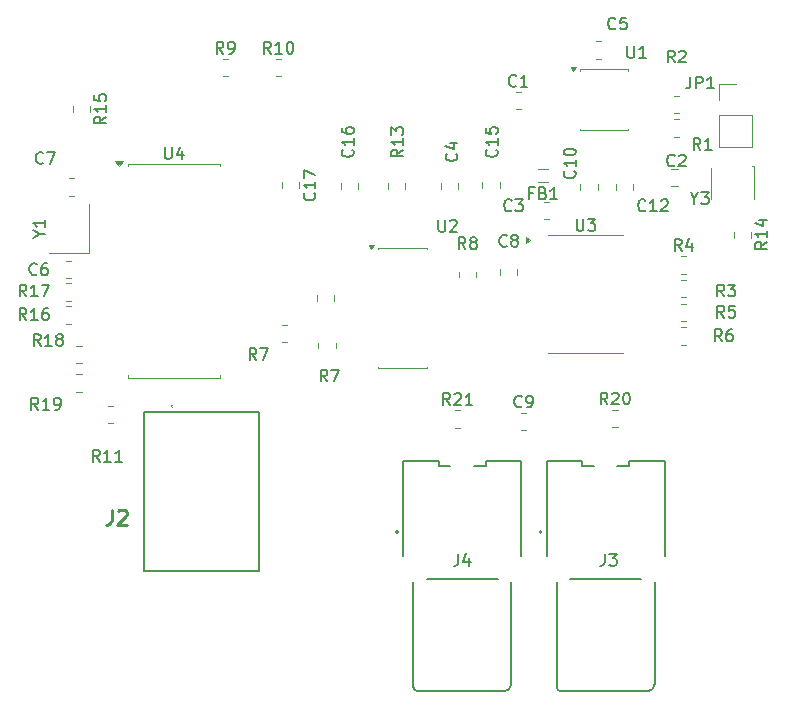
<source format=gto>
G04 #@! TF.GenerationSoftware,KiCad,Pcbnew,9.0.6*
G04 #@! TF.CreationDate,2026-01-29T05:22:02-08:00*
G04 #@! TF.ProjectId,mutebox_hat_audio_in,6d757465-626f-4785-9f68-61745f617564,rev?*
G04 #@! TF.SameCoordinates,Original*
G04 #@! TF.FileFunction,Legend,Top*
G04 #@! TF.FilePolarity,Positive*
%FSLAX46Y46*%
G04 Gerber Fmt 4.6, Leading zero omitted, Abs format (unit mm)*
G04 Created by KiCad (PCBNEW 9.0.6) date 2026-01-29 05:22:02*
%MOMM*%
%LPD*%
G01*
G04 APERTURE LIST*
%ADD10C,0.150000*%
%ADD11C,0.254000*%
%ADD12C,0.120000*%
%ADD13C,0.127000*%
%ADD14C,0.200000*%
%ADD15C,0.100000*%
G04 APERTURE END LIST*
D10*
X118433333Y-54304819D02*
X118100000Y-53828628D01*
X117861905Y-54304819D02*
X117861905Y-53304819D01*
X117861905Y-53304819D02*
X118242857Y-53304819D01*
X118242857Y-53304819D02*
X118338095Y-53352438D01*
X118338095Y-53352438D02*
X118385714Y-53400057D01*
X118385714Y-53400057D02*
X118433333Y-53495295D01*
X118433333Y-53495295D02*
X118433333Y-53638152D01*
X118433333Y-53638152D02*
X118385714Y-53733390D01*
X118385714Y-53733390D02*
X118338095Y-53781009D01*
X118338095Y-53781009D02*
X118242857Y-53828628D01*
X118242857Y-53828628D02*
X117861905Y-53828628D01*
X118909524Y-54304819D02*
X119100000Y-54304819D01*
X119100000Y-54304819D02*
X119195238Y-54257200D01*
X119195238Y-54257200D02*
X119242857Y-54209580D01*
X119242857Y-54209580D02*
X119338095Y-54066723D01*
X119338095Y-54066723D02*
X119385714Y-53876247D01*
X119385714Y-53876247D02*
X119385714Y-53495295D01*
X119385714Y-53495295D02*
X119338095Y-53400057D01*
X119338095Y-53400057D02*
X119290476Y-53352438D01*
X119290476Y-53352438D02*
X119195238Y-53304819D01*
X119195238Y-53304819D02*
X119004762Y-53304819D01*
X119004762Y-53304819D02*
X118909524Y-53352438D01*
X118909524Y-53352438D02*
X118861905Y-53400057D01*
X118861905Y-53400057D02*
X118814286Y-53495295D01*
X118814286Y-53495295D02*
X118814286Y-53733390D01*
X118814286Y-53733390D02*
X118861905Y-53828628D01*
X118861905Y-53828628D02*
X118909524Y-53876247D01*
X118909524Y-53876247D02*
X119004762Y-53923866D01*
X119004762Y-53923866D02*
X119195238Y-53923866D01*
X119195238Y-53923866D02*
X119290476Y-53876247D01*
X119290476Y-53876247D02*
X119338095Y-53828628D01*
X119338095Y-53828628D02*
X119385714Y-53733390D01*
X122457142Y-54304819D02*
X122123809Y-53828628D01*
X121885714Y-54304819D02*
X121885714Y-53304819D01*
X121885714Y-53304819D02*
X122266666Y-53304819D01*
X122266666Y-53304819D02*
X122361904Y-53352438D01*
X122361904Y-53352438D02*
X122409523Y-53400057D01*
X122409523Y-53400057D02*
X122457142Y-53495295D01*
X122457142Y-53495295D02*
X122457142Y-53638152D01*
X122457142Y-53638152D02*
X122409523Y-53733390D01*
X122409523Y-53733390D02*
X122361904Y-53781009D01*
X122361904Y-53781009D02*
X122266666Y-53828628D01*
X122266666Y-53828628D02*
X121885714Y-53828628D01*
X123409523Y-54304819D02*
X122838095Y-54304819D01*
X123123809Y-54304819D02*
X123123809Y-53304819D01*
X123123809Y-53304819D02*
X123028571Y-53447676D01*
X123028571Y-53447676D02*
X122933333Y-53542914D01*
X122933333Y-53542914D02*
X122838095Y-53590533D01*
X124028571Y-53304819D02*
X124123809Y-53304819D01*
X124123809Y-53304819D02*
X124219047Y-53352438D01*
X124219047Y-53352438D02*
X124266666Y-53400057D01*
X124266666Y-53400057D02*
X124314285Y-53495295D01*
X124314285Y-53495295D02*
X124361904Y-53685771D01*
X124361904Y-53685771D02*
X124361904Y-53923866D01*
X124361904Y-53923866D02*
X124314285Y-54114342D01*
X124314285Y-54114342D02*
X124266666Y-54209580D01*
X124266666Y-54209580D02*
X124219047Y-54257200D01*
X124219047Y-54257200D02*
X124123809Y-54304819D01*
X124123809Y-54304819D02*
X124028571Y-54304819D01*
X124028571Y-54304819D02*
X123933333Y-54257200D01*
X123933333Y-54257200D02*
X123885714Y-54209580D01*
X123885714Y-54209580D02*
X123838095Y-54114342D01*
X123838095Y-54114342D02*
X123790476Y-53923866D01*
X123790476Y-53923866D02*
X123790476Y-53685771D01*
X123790476Y-53685771D02*
X123838095Y-53495295D01*
X123838095Y-53495295D02*
X123885714Y-53400057D01*
X123885714Y-53400057D02*
X123933333Y-53352438D01*
X123933333Y-53352438D02*
X124028571Y-53304819D01*
X158833333Y-62454819D02*
X158500000Y-61978628D01*
X158261905Y-62454819D02*
X158261905Y-61454819D01*
X158261905Y-61454819D02*
X158642857Y-61454819D01*
X158642857Y-61454819D02*
X158738095Y-61502438D01*
X158738095Y-61502438D02*
X158785714Y-61550057D01*
X158785714Y-61550057D02*
X158833333Y-61645295D01*
X158833333Y-61645295D02*
X158833333Y-61788152D01*
X158833333Y-61788152D02*
X158785714Y-61883390D01*
X158785714Y-61883390D02*
X158738095Y-61931009D01*
X158738095Y-61931009D02*
X158642857Y-61978628D01*
X158642857Y-61978628D02*
X158261905Y-61978628D01*
X159785714Y-62454819D02*
X159214286Y-62454819D01*
X159500000Y-62454819D02*
X159500000Y-61454819D01*
X159500000Y-61454819D02*
X159404762Y-61597676D01*
X159404762Y-61597676D02*
X159309524Y-61692914D01*
X159309524Y-61692914D02*
X159214286Y-61740533D01*
X144641666Y-66105633D02*
X144308333Y-66105633D01*
X144308333Y-66629443D02*
X144308333Y-65629443D01*
X144308333Y-65629443D02*
X144784523Y-65629443D01*
X145498809Y-66105633D02*
X145641666Y-66153252D01*
X145641666Y-66153252D02*
X145689285Y-66200871D01*
X145689285Y-66200871D02*
X145736904Y-66296109D01*
X145736904Y-66296109D02*
X145736904Y-66438966D01*
X145736904Y-66438966D02*
X145689285Y-66534204D01*
X145689285Y-66534204D02*
X145641666Y-66581824D01*
X145641666Y-66581824D02*
X145546428Y-66629443D01*
X145546428Y-66629443D02*
X145165476Y-66629443D01*
X145165476Y-66629443D02*
X145165476Y-65629443D01*
X145165476Y-65629443D02*
X145498809Y-65629443D01*
X145498809Y-65629443D02*
X145594047Y-65677062D01*
X145594047Y-65677062D02*
X145641666Y-65724681D01*
X145641666Y-65724681D02*
X145689285Y-65819919D01*
X145689285Y-65819919D02*
X145689285Y-65915157D01*
X145689285Y-65915157D02*
X145641666Y-66010395D01*
X145641666Y-66010395D02*
X145594047Y-66058014D01*
X145594047Y-66058014D02*
X145498809Y-66105633D01*
X145498809Y-66105633D02*
X145165476Y-66105633D01*
X146689285Y-66629443D02*
X146117857Y-66629443D01*
X146403571Y-66629443D02*
X146403571Y-65629443D01*
X146403571Y-65629443D02*
X146308333Y-65772300D01*
X146308333Y-65772300D02*
X146213095Y-65867538D01*
X146213095Y-65867538D02*
X146117857Y-65915157D01*
X113488095Y-62229819D02*
X113488095Y-63039342D01*
X113488095Y-63039342D02*
X113535714Y-63134580D01*
X113535714Y-63134580D02*
X113583333Y-63182200D01*
X113583333Y-63182200D02*
X113678571Y-63229819D01*
X113678571Y-63229819D02*
X113869047Y-63229819D01*
X113869047Y-63229819D02*
X113964285Y-63182200D01*
X113964285Y-63182200D02*
X114011904Y-63134580D01*
X114011904Y-63134580D02*
X114059523Y-63039342D01*
X114059523Y-63039342D02*
X114059523Y-62229819D01*
X114964285Y-62563152D02*
X114964285Y-63229819D01*
X114726190Y-62182200D02*
X114488095Y-62896485D01*
X114488095Y-62896485D02*
X115107142Y-62896485D01*
X142833333Y-67559580D02*
X142785714Y-67607200D01*
X142785714Y-67607200D02*
X142642857Y-67654819D01*
X142642857Y-67654819D02*
X142547619Y-67654819D01*
X142547619Y-67654819D02*
X142404762Y-67607200D01*
X142404762Y-67607200D02*
X142309524Y-67511961D01*
X142309524Y-67511961D02*
X142261905Y-67416723D01*
X142261905Y-67416723D02*
X142214286Y-67226247D01*
X142214286Y-67226247D02*
X142214286Y-67083390D01*
X142214286Y-67083390D02*
X142261905Y-66892914D01*
X142261905Y-66892914D02*
X142309524Y-66797676D01*
X142309524Y-66797676D02*
X142404762Y-66702438D01*
X142404762Y-66702438D02*
X142547619Y-66654819D01*
X142547619Y-66654819D02*
X142642857Y-66654819D01*
X142642857Y-66654819D02*
X142785714Y-66702438D01*
X142785714Y-66702438D02*
X142833333Y-66750057D01*
X143166667Y-66654819D02*
X143785714Y-66654819D01*
X143785714Y-66654819D02*
X143452381Y-67035771D01*
X143452381Y-67035771D02*
X143595238Y-67035771D01*
X143595238Y-67035771D02*
X143690476Y-67083390D01*
X143690476Y-67083390D02*
X143738095Y-67131009D01*
X143738095Y-67131009D02*
X143785714Y-67226247D01*
X143785714Y-67226247D02*
X143785714Y-67464342D01*
X143785714Y-67464342D02*
X143738095Y-67559580D01*
X143738095Y-67559580D02*
X143690476Y-67607200D01*
X143690476Y-67607200D02*
X143595238Y-67654819D01*
X143595238Y-67654819D02*
X143309524Y-67654819D01*
X143309524Y-67654819D02*
X143214286Y-67607200D01*
X143214286Y-67607200D02*
X143166667Y-67559580D01*
X154157142Y-67559580D02*
X154109523Y-67607200D01*
X154109523Y-67607200D02*
X153966666Y-67654819D01*
X153966666Y-67654819D02*
X153871428Y-67654819D01*
X153871428Y-67654819D02*
X153728571Y-67607200D01*
X153728571Y-67607200D02*
X153633333Y-67511961D01*
X153633333Y-67511961D02*
X153585714Y-67416723D01*
X153585714Y-67416723D02*
X153538095Y-67226247D01*
X153538095Y-67226247D02*
X153538095Y-67083390D01*
X153538095Y-67083390D02*
X153585714Y-66892914D01*
X153585714Y-66892914D02*
X153633333Y-66797676D01*
X153633333Y-66797676D02*
X153728571Y-66702438D01*
X153728571Y-66702438D02*
X153871428Y-66654819D01*
X153871428Y-66654819D02*
X153966666Y-66654819D01*
X153966666Y-66654819D02*
X154109523Y-66702438D01*
X154109523Y-66702438D02*
X154157142Y-66750057D01*
X155109523Y-67654819D02*
X154538095Y-67654819D01*
X154823809Y-67654819D02*
X154823809Y-66654819D01*
X154823809Y-66654819D02*
X154728571Y-66797676D01*
X154728571Y-66797676D02*
X154633333Y-66892914D01*
X154633333Y-66892914D02*
X154538095Y-66940533D01*
X155490476Y-66750057D02*
X155538095Y-66702438D01*
X155538095Y-66702438D02*
X155633333Y-66654819D01*
X155633333Y-66654819D02*
X155871428Y-66654819D01*
X155871428Y-66654819D02*
X155966666Y-66702438D01*
X155966666Y-66702438D02*
X156014285Y-66750057D01*
X156014285Y-66750057D02*
X156061904Y-66845295D01*
X156061904Y-66845295D02*
X156061904Y-66940533D01*
X156061904Y-66940533D02*
X156014285Y-67083390D01*
X156014285Y-67083390D02*
X155442857Y-67654819D01*
X155442857Y-67654819D02*
X156061904Y-67654819D01*
X133654819Y-62442857D02*
X133178628Y-62776190D01*
X133654819Y-63014285D02*
X132654819Y-63014285D01*
X132654819Y-63014285D02*
X132654819Y-62633333D01*
X132654819Y-62633333D02*
X132702438Y-62538095D01*
X132702438Y-62538095D02*
X132750057Y-62490476D01*
X132750057Y-62490476D02*
X132845295Y-62442857D01*
X132845295Y-62442857D02*
X132988152Y-62442857D01*
X132988152Y-62442857D02*
X133083390Y-62490476D01*
X133083390Y-62490476D02*
X133131009Y-62538095D01*
X133131009Y-62538095D02*
X133178628Y-62633333D01*
X133178628Y-62633333D02*
X133178628Y-63014285D01*
X133654819Y-61490476D02*
X133654819Y-62061904D01*
X133654819Y-61776190D02*
X132654819Y-61776190D01*
X132654819Y-61776190D02*
X132797676Y-61871428D01*
X132797676Y-61871428D02*
X132892914Y-61966666D01*
X132892914Y-61966666D02*
X132940533Y-62061904D01*
X132654819Y-61157142D02*
X132654819Y-60538095D01*
X132654819Y-60538095D02*
X133035771Y-60871428D01*
X133035771Y-60871428D02*
X133035771Y-60728571D01*
X133035771Y-60728571D02*
X133083390Y-60633333D01*
X133083390Y-60633333D02*
X133131009Y-60585714D01*
X133131009Y-60585714D02*
X133226247Y-60538095D01*
X133226247Y-60538095D02*
X133464342Y-60538095D01*
X133464342Y-60538095D02*
X133559580Y-60585714D01*
X133559580Y-60585714D02*
X133607200Y-60633333D01*
X133607200Y-60633333D02*
X133654819Y-60728571D01*
X133654819Y-60728571D02*
X133654819Y-61014285D01*
X133654819Y-61014285D02*
X133607200Y-61109523D01*
X133607200Y-61109523D02*
X133559580Y-61157142D01*
X150726060Y-96650617D02*
X150726060Y-97370488D01*
X150726060Y-97370488D02*
X150678068Y-97514462D01*
X150678068Y-97514462D02*
X150582086Y-97610445D01*
X150582086Y-97610445D02*
X150438111Y-97658436D01*
X150438111Y-97658436D02*
X150342129Y-97658436D01*
X151109991Y-96650617D02*
X151733879Y-96650617D01*
X151733879Y-96650617D02*
X151397939Y-97034548D01*
X151397939Y-97034548D02*
X151541913Y-97034548D01*
X151541913Y-97034548D02*
X151637896Y-97082539D01*
X151637896Y-97082539D02*
X151685887Y-97130531D01*
X151685887Y-97130531D02*
X151733879Y-97226513D01*
X151733879Y-97226513D02*
X151733879Y-97466470D01*
X151733879Y-97466470D02*
X151685887Y-97562453D01*
X151685887Y-97562453D02*
X151637896Y-97610445D01*
X151637896Y-97610445D02*
X151541913Y-97658436D01*
X151541913Y-97658436D02*
X151253965Y-97658436D01*
X151253965Y-97658436D02*
X151157982Y-97610445D01*
X151157982Y-97610445D02*
X151109991Y-97562453D01*
X160833333Y-74854819D02*
X160500000Y-74378628D01*
X160261905Y-74854819D02*
X160261905Y-73854819D01*
X160261905Y-73854819D02*
X160642857Y-73854819D01*
X160642857Y-73854819D02*
X160738095Y-73902438D01*
X160738095Y-73902438D02*
X160785714Y-73950057D01*
X160785714Y-73950057D02*
X160833333Y-74045295D01*
X160833333Y-74045295D02*
X160833333Y-74188152D01*
X160833333Y-74188152D02*
X160785714Y-74283390D01*
X160785714Y-74283390D02*
X160738095Y-74331009D01*
X160738095Y-74331009D02*
X160642857Y-74378628D01*
X160642857Y-74378628D02*
X160261905Y-74378628D01*
X161166667Y-73854819D02*
X161785714Y-73854819D01*
X161785714Y-73854819D02*
X161452381Y-74235771D01*
X161452381Y-74235771D02*
X161595238Y-74235771D01*
X161595238Y-74235771D02*
X161690476Y-74283390D01*
X161690476Y-74283390D02*
X161738095Y-74331009D01*
X161738095Y-74331009D02*
X161785714Y-74426247D01*
X161785714Y-74426247D02*
X161785714Y-74664342D01*
X161785714Y-74664342D02*
X161738095Y-74759580D01*
X161738095Y-74759580D02*
X161690476Y-74807200D01*
X161690476Y-74807200D02*
X161595238Y-74854819D01*
X161595238Y-74854819D02*
X161309524Y-74854819D01*
X161309524Y-74854819D02*
X161214286Y-74807200D01*
X161214286Y-74807200D02*
X161166667Y-74759580D01*
X138326060Y-96650617D02*
X138326060Y-97370488D01*
X138326060Y-97370488D02*
X138278068Y-97514462D01*
X138278068Y-97514462D02*
X138182086Y-97610445D01*
X138182086Y-97610445D02*
X138038111Y-97658436D01*
X138038111Y-97658436D02*
X137942129Y-97658436D01*
X139237896Y-96986557D02*
X139237896Y-97658436D01*
X138997939Y-96602626D02*
X138757982Y-97322496D01*
X138757982Y-97322496D02*
X139381870Y-97322496D01*
X101757142Y-74854819D02*
X101423809Y-74378628D01*
X101185714Y-74854819D02*
X101185714Y-73854819D01*
X101185714Y-73854819D02*
X101566666Y-73854819D01*
X101566666Y-73854819D02*
X101661904Y-73902438D01*
X101661904Y-73902438D02*
X101709523Y-73950057D01*
X101709523Y-73950057D02*
X101757142Y-74045295D01*
X101757142Y-74045295D02*
X101757142Y-74188152D01*
X101757142Y-74188152D02*
X101709523Y-74283390D01*
X101709523Y-74283390D02*
X101661904Y-74331009D01*
X101661904Y-74331009D02*
X101566666Y-74378628D01*
X101566666Y-74378628D02*
X101185714Y-74378628D01*
X102709523Y-74854819D02*
X102138095Y-74854819D01*
X102423809Y-74854819D02*
X102423809Y-73854819D01*
X102423809Y-73854819D02*
X102328571Y-73997676D01*
X102328571Y-73997676D02*
X102233333Y-74092914D01*
X102233333Y-74092914D02*
X102138095Y-74140533D01*
X103042857Y-73854819D02*
X103709523Y-73854819D01*
X103709523Y-73854819D02*
X103280952Y-74854819D01*
X143233333Y-57009580D02*
X143185714Y-57057200D01*
X143185714Y-57057200D02*
X143042857Y-57104819D01*
X143042857Y-57104819D02*
X142947619Y-57104819D01*
X142947619Y-57104819D02*
X142804762Y-57057200D01*
X142804762Y-57057200D02*
X142709524Y-56961961D01*
X142709524Y-56961961D02*
X142661905Y-56866723D01*
X142661905Y-56866723D02*
X142614286Y-56676247D01*
X142614286Y-56676247D02*
X142614286Y-56533390D01*
X142614286Y-56533390D02*
X142661905Y-56342914D01*
X142661905Y-56342914D02*
X142709524Y-56247676D01*
X142709524Y-56247676D02*
X142804762Y-56152438D01*
X142804762Y-56152438D02*
X142947619Y-56104819D01*
X142947619Y-56104819D02*
X143042857Y-56104819D01*
X143042857Y-56104819D02*
X143185714Y-56152438D01*
X143185714Y-56152438D02*
X143233333Y-56200057D01*
X144185714Y-57104819D02*
X143614286Y-57104819D01*
X143900000Y-57104819D02*
X143900000Y-56104819D01*
X143900000Y-56104819D02*
X143804762Y-56247676D01*
X143804762Y-56247676D02*
X143709524Y-56342914D01*
X143709524Y-56342914D02*
X143614286Y-56390533D01*
X141559580Y-62442857D02*
X141607200Y-62490476D01*
X141607200Y-62490476D02*
X141654819Y-62633333D01*
X141654819Y-62633333D02*
X141654819Y-62728571D01*
X141654819Y-62728571D02*
X141607200Y-62871428D01*
X141607200Y-62871428D02*
X141511961Y-62966666D01*
X141511961Y-62966666D02*
X141416723Y-63014285D01*
X141416723Y-63014285D02*
X141226247Y-63061904D01*
X141226247Y-63061904D02*
X141083390Y-63061904D01*
X141083390Y-63061904D02*
X140892914Y-63014285D01*
X140892914Y-63014285D02*
X140797676Y-62966666D01*
X140797676Y-62966666D02*
X140702438Y-62871428D01*
X140702438Y-62871428D02*
X140654819Y-62728571D01*
X140654819Y-62728571D02*
X140654819Y-62633333D01*
X140654819Y-62633333D02*
X140702438Y-62490476D01*
X140702438Y-62490476D02*
X140750057Y-62442857D01*
X141654819Y-61490476D02*
X141654819Y-62061904D01*
X141654819Y-61776190D02*
X140654819Y-61776190D01*
X140654819Y-61776190D02*
X140797676Y-61871428D01*
X140797676Y-61871428D02*
X140892914Y-61966666D01*
X140892914Y-61966666D02*
X140940533Y-62061904D01*
X140654819Y-60585714D02*
X140654819Y-61061904D01*
X140654819Y-61061904D02*
X141131009Y-61109523D01*
X141131009Y-61109523D02*
X141083390Y-61061904D01*
X141083390Y-61061904D02*
X141035771Y-60966666D01*
X141035771Y-60966666D02*
X141035771Y-60728571D01*
X141035771Y-60728571D02*
X141083390Y-60633333D01*
X141083390Y-60633333D02*
X141131009Y-60585714D01*
X141131009Y-60585714D02*
X141226247Y-60538095D01*
X141226247Y-60538095D02*
X141464342Y-60538095D01*
X141464342Y-60538095D02*
X141559580Y-60585714D01*
X141559580Y-60585714D02*
X141607200Y-60633333D01*
X141607200Y-60633333D02*
X141654819Y-60728571D01*
X141654819Y-60728571D02*
X141654819Y-60966666D01*
X141654819Y-60966666D02*
X141607200Y-61061904D01*
X141607200Y-61061904D02*
X141559580Y-61109523D01*
X108504819Y-59642857D02*
X108028628Y-59976190D01*
X108504819Y-60214285D02*
X107504819Y-60214285D01*
X107504819Y-60214285D02*
X107504819Y-59833333D01*
X107504819Y-59833333D02*
X107552438Y-59738095D01*
X107552438Y-59738095D02*
X107600057Y-59690476D01*
X107600057Y-59690476D02*
X107695295Y-59642857D01*
X107695295Y-59642857D02*
X107838152Y-59642857D01*
X107838152Y-59642857D02*
X107933390Y-59690476D01*
X107933390Y-59690476D02*
X107981009Y-59738095D01*
X107981009Y-59738095D02*
X108028628Y-59833333D01*
X108028628Y-59833333D02*
X108028628Y-60214285D01*
X108504819Y-58690476D02*
X108504819Y-59261904D01*
X108504819Y-58976190D02*
X107504819Y-58976190D01*
X107504819Y-58976190D02*
X107647676Y-59071428D01*
X107647676Y-59071428D02*
X107742914Y-59166666D01*
X107742914Y-59166666D02*
X107790533Y-59261904D01*
X107504819Y-57785714D02*
X107504819Y-58261904D01*
X107504819Y-58261904D02*
X107981009Y-58309523D01*
X107981009Y-58309523D02*
X107933390Y-58261904D01*
X107933390Y-58261904D02*
X107885771Y-58166666D01*
X107885771Y-58166666D02*
X107885771Y-57928571D01*
X107885771Y-57928571D02*
X107933390Y-57833333D01*
X107933390Y-57833333D02*
X107981009Y-57785714D01*
X107981009Y-57785714D02*
X108076247Y-57738095D01*
X108076247Y-57738095D02*
X108314342Y-57738095D01*
X108314342Y-57738095D02*
X108409580Y-57785714D01*
X108409580Y-57785714D02*
X108457200Y-57833333D01*
X108457200Y-57833333D02*
X108504819Y-57928571D01*
X108504819Y-57928571D02*
X108504819Y-58166666D01*
X108504819Y-58166666D02*
X108457200Y-58261904D01*
X108457200Y-58261904D02*
X108409580Y-58309523D01*
X137619142Y-84054819D02*
X137285809Y-83578628D01*
X137047714Y-84054819D02*
X137047714Y-83054819D01*
X137047714Y-83054819D02*
X137428666Y-83054819D01*
X137428666Y-83054819D02*
X137523904Y-83102438D01*
X137523904Y-83102438D02*
X137571523Y-83150057D01*
X137571523Y-83150057D02*
X137619142Y-83245295D01*
X137619142Y-83245295D02*
X137619142Y-83388152D01*
X137619142Y-83388152D02*
X137571523Y-83483390D01*
X137571523Y-83483390D02*
X137523904Y-83531009D01*
X137523904Y-83531009D02*
X137428666Y-83578628D01*
X137428666Y-83578628D02*
X137047714Y-83578628D01*
X138000095Y-83150057D02*
X138047714Y-83102438D01*
X138047714Y-83102438D02*
X138142952Y-83054819D01*
X138142952Y-83054819D02*
X138381047Y-83054819D01*
X138381047Y-83054819D02*
X138476285Y-83102438D01*
X138476285Y-83102438D02*
X138523904Y-83150057D01*
X138523904Y-83150057D02*
X138571523Y-83245295D01*
X138571523Y-83245295D02*
X138571523Y-83340533D01*
X138571523Y-83340533D02*
X138523904Y-83483390D01*
X138523904Y-83483390D02*
X137952476Y-84054819D01*
X137952476Y-84054819D02*
X138571523Y-84054819D01*
X139523904Y-84054819D02*
X138952476Y-84054819D01*
X139238190Y-84054819D02*
X139238190Y-83054819D01*
X139238190Y-83054819D02*
X139142952Y-83197676D01*
X139142952Y-83197676D02*
X139047714Y-83292914D01*
X139047714Y-83292914D02*
X138952476Y-83340533D01*
X160633333Y-78654819D02*
X160300000Y-78178628D01*
X160061905Y-78654819D02*
X160061905Y-77654819D01*
X160061905Y-77654819D02*
X160442857Y-77654819D01*
X160442857Y-77654819D02*
X160538095Y-77702438D01*
X160538095Y-77702438D02*
X160585714Y-77750057D01*
X160585714Y-77750057D02*
X160633333Y-77845295D01*
X160633333Y-77845295D02*
X160633333Y-77988152D01*
X160633333Y-77988152D02*
X160585714Y-78083390D01*
X160585714Y-78083390D02*
X160538095Y-78131009D01*
X160538095Y-78131009D02*
X160442857Y-78178628D01*
X160442857Y-78178628D02*
X160061905Y-78178628D01*
X161490476Y-77654819D02*
X161300000Y-77654819D01*
X161300000Y-77654819D02*
X161204762Y-77702438D01*
X161204762Y-77702438D02*
X161157143Y-77750057D01*
X161157143Y-77750057D02*
X161061905Y-77892914D01*
X161061905Y-77892914D02*
X161014286Y-78083390D01*
X161014286Y-78083390D02*
X161014286Y-78464342D01*
X161014286Y-78464342D02*
X161061905Y-78559580D01*
X161061905Y-78559580D02*
X161109524Y-78607200D01*
X161109524Y-78607200D02*
X161204762Y-78654819D01*
X161204762Y-78654819D02*
X161395238Y-78654819D01*
X161395238Y-78654819D02*
X161490476Y-78607200D01*
X161490476Y-78607200D02*
X161538095Y-78559580D01*
X161538095Y-78559580D02*
X161585714Y-78464342D01*
X161585714Y-78464342D02*
X161585714Y-78226247D01*
X161585714Y-78226247D02*
X161538095Y-78131009D01*
X161538095Y-78131009D02*
X161490476Y-78083390D01*
X161490476Y-78083390D02*
X161395238Y-78035771D01*
X161395238Y-78035771D02*
X161204762Y-78035771D01*
X161204762Y-78035771D02*
X161109524Y-78083390D01*
X161109524Y-78083390D02*
X161061905Y-78131009D01*
X161061905Y-78131009D02*
X161014286Y-78226247D01*
X138933333Y-70854819D02*
X138600000Y-70378628D01*
X138361905Y-70854819D02*
X138361905Y-69854819D01*
X138361905Y-69854819D02*
X138742857Y-69854819D01*
X138742857Y-69854819D02*
X138838095Y-69902438D01*
X138838095Y-69902438D02*
X138885714Y-69950057D01*
X138885714Y-69950057D02*
X138933333Y-70045295D01*
X138933333Y-70045295D02*
X138933333Y-70188152D01*
X138933333Y-70188152D02*
X138885714Y-70283390D01*
X138885714Y-70283390D02*
X138838095Y-70331009D01*
X138838095Y-70331009D02*
X138742857Y-70378628D01*
X138742857Y-70378628D02*
X138361905Y-70378628D01*
X139504762Y-70283390D02*
X139409524Y-70235771D01*
X139409524Y-70235771D02*
X139361905Y-70188152D01*
X139361905Y-70188152D02*
X139314286Y-70092914D01*
X139314286Y-70092914D02*
X139314286Y-70045295D01*
X139314286Y-70045295D02*
X139361905Y-69950057D01*
X139361905Y-69950057D02*
X139409524Y-69902438D01*
X139409524Y-69902438D02*
X139504762Y-69854819D01*
X139504762Y-69854819D02*
X139695238Y-69854819D01*
X139695238Y-69854819D02*
X139790476Y-69902438D01*
X139790476Y-69902438D02*
X139838095Y-69950057D01*
X139838095Y-69950057D02*
X139885714Y-70045295D01*
X139885714Y-70045295D02*
X139885714Y-70092914D01*
X139885714Y-70092914D02*
X139838095Y-70188152D01*
X139838095Y-70188152D02*
X139790476Y-70235771D01*
X139790476Y-70235771D02*
X139695238Y-70283390D01*
X139695238Y-70283390D02*
X139504762Y-70283390D01*
X139504762Y-70283390D02*
X139409524Y-70331009D01*
X139409524Y-70331009D02*
X139361905Y-70378628D01*
X139361905Y-70378628D02*
X139314286Y-70473866D01*
X139314286Y-70473866D02*
X139314286Y-70664342D01*
X139314286Y-70664342D02*
X139361905Y-70759580D01*
X139361905Y-70759580D02*
X139409524Y-70807200D01*
X139409524Y-70807200D02*
X139504762Y-70854819D01*
X139504762Y-70854819D02*
X139695238Y-70854819D01*
X139695238Y-70854819D02*
X139790476Y-70807200D01*
X139790476Y-70807200D02*
X139838095Y-70759580D01*
X139838095Y-70759580D02*
X139885714Y-70664342D01*
X139885714Y-70664342D02*
X139885714Y-70473866D01*
X139885714Y-70473866D02*
X139838095Y-70378628D01*
X139838095Y-70378628D02*
X139790476Y-70331009D01*
X139790476Y-70331009D02*
X139695238Y-70283390D01*
X143695333Y-84159580D02*
X143647714Y-84207200D01*
X143647714Y-84207200D02*
X143504857Y-84254819D01*
X143504857Y-84254819D02*
X143409619Y-84254819D01*
X143409619Y-84254819D02*
X143266762Y-84207200D01*
X143266762Y-84207200D02*
X143171524Y-84111961D01*
X143171524Y-84111961D02*
X143123905Y-84016723D01*
X143123905Y-84016723D02*
X143076286Y-83826247D01*
X143076286Y-83826247D02*
X143076286Y-83683390D01*
X143076286Y-83683390D02*
X143123905Y-83492914D01*
X143123905Y-83492914D02*
X143171524Y-83397676D01*
X143171524Y-83397676D02*
X143266762Y-83302438D01*
X143266762Y-83302438D02*
X143409619Y-83254819D01*
X143409619Y-83254819D02*
X143504857Y-83254819D01*
X143504857Y-83254819D02*
X143647714Y-83302438D01*
X143647714Y-83302438D02*
X143695333Y-83350057D01*
X144171524Y-84254819D02*
X144362000Y-84254819D01*
X144362000Y-84254819D02*
X144457238Y-84207200D01*
X144457238Y-84207200D02*
X144504857Y-84159580D01*
X144504857Y-84159580D02*
X144600095Y-84016723D01*
X144600095Y-84016723D02*
X144647714Y-83826247D01*
X144647714Y-83826247D02*
X144647714Y-83445295D01*
X144647714Y-83445295D02*
X144600095Y-83350057D01*
X144600095Y-83350057D02*
X144552476Y-83302438D01*
X144552476Y-83302438D02*
X144457238Y-83254819D01*
X144457238Y-83254819D02*
X144266762Y-83254819D01*
X144266762Y-83254819D02*
X144171524Y-83302438D01*
X144171524Y-83302438D02*
X144123905Y-83350057D01*
X144123905Y-83350057D02*
X144076286Y-83445295D01*
X144076286Y-83445295D02*
X144076286Y-83683390D01*
X144076286Y-83683390D02*
X144123905Y-83778628D01*
X144123905Y-83778628D02*
X144171524Y-83826247D01*
X144171524Y-83826247D02*
X144266762Y-83873866D01*
X144266762Y-83873866D02*
X144457238Y-83873866D01*
X144457238Y-83873866D02*
X144552476Y-83826247D01*
X144552476Y-83826247D02*
X144600095Y-83778628D01*
X144600095Y-83778628D02*
X144647714Y-83683390D01*
X127233333Y-82054819D02*
X126900000Y-81578628D01*
X126661905Y-82054819D02*
X126661905Y-81054819D01*
X126661905Y-81054819D02*
X127042857Y-81054819D01*
X127042857Y-81054819D02*
X127138095Y-81102438D01*
X127138095Y-81102438D02*
X127185714Y-81150057D01*
X127185714Y-81150057D02*
X127233333Y-81245295D01*
X127233333Y-81245295D02*
X127233333Y-81388152D01*
X127233333Y-81388152D02*
X127185714Y-81483390D01*
X127185714Y-81483390D02*
X127138095Y-81531009D01*
X127138095Y-81531009D02*
X127042857Y-81578628D01*
X127042857Y-81578628D02*
X126661905Y-81578628D01*
X127566667Y-81054819D02*
X128233333Y-81054819D01*
X128233333Y-81054819D02*
X127804762Y-82054819D01*
X158323809Y-66578628D02*
X158323809Y-67054819D01*
X157990476Y-66054819D02*
X158323809Y-66578628D01*
X158323809Y-66578628D02*
X158657142Y-66054819D01*
X158895238Y-66054819D02*
X159514285Y-66054819D01*
X159514285Y-66054819D02*
X159180952Y-66435771D01*
X159180952Y-66435771D02*
X159323809Y-66435771D01*
X159323809Y-66435771D02*
X159419047Y-66483390D01*
X159419047Y-66483390D02*
X159466666Y-66531009D01*
X159466666Y-66531009D02*
X159514285Y-66626247D01*
X159514285Y-66626247D02*
X159514285Y-66864342D01*
X159514285Y-66864342D02*
X159466666Y-66959580D01*
X159466666Y-66959580D02*
X159419047Y-67007200D01*
X159419047Y-67007200D02*
X159323809Y-67054819D01*
X159323809Y-67054819D02*
X159038095Y-67054819D01*
X159038095Y-67054819D02*
X158942857Y-67007200D01*
X158942857Y-67007200D02*
X158895238Y-66959580D01*
X152638095Y-53654819D02*
X152638095Y-54464342D01*
X152638095Y-54464342D02*
X152685714Y-54559580D01*
X152685714Y-54559580D02*
X152733333Y-54607200D01*
X152733333Y-54607200D02*
X152828571Y-54654819D01*
X152828571Y-54654819D02*
X153019047Y-54654819D01*
X153019047Y-54654819D02*
X153114285Y-54607200D01*
X153114285Y-54607200D02*
X153161904Y-54559580D01*
X153161904Y-54559580D02*
X153209523Y-54464342D01*
X153209523Y-54464342D02*
X153209523Y-53654819D01*
X154209523Y-54654819D02*
X153638095Y-54654819D01*
X153923809Y-54654819D02*
X153923809Y-53654819D01*
X153923809Y-53654819D02*
X153828571Y-53797676D01*
X153828571Y-53797676D02*
X153733333Y-53892914D01*
X153733333Y-53892914D02*
X153638095Y-53940533D01*
X157966666Y-56254819D02*
X157966666Y-56969104D01*
X157966666Y-56969104D02*
X157919047Y-57111961D01*
X157919047Y-57111961D02*
X157823809Y-57207200D01*
X157823809Y-57207200D02*
X157680952Y-57254819D01*
X157680952Y-57254819D02*
X157585714Y-57254819D01*
X158442857Y-57254819D02*
X158442857Y-56254819D01*
X158442857Y-56254819D02*
X158823809Y-56254819D01*
X158823809Y-56254819D02*
X158919047Y-56302438D01*
X158919047Y-56302438D02*
X158966666Y-56350057D01*
X158966666Y-56350057D02*
X159014285Y-56445295D01*
X159014285Y-56445295D02*
X159014285Y-56588152D01*
X159014285Y-56588152D02*
X158966666Y-56683390D01*
X158966666Y-56683390D02*
X158919047Y-56731009D01*
X158919047Y-56731009D02*
X158823809Y-56778628D01*
X158823809Y-56778628D02*
X158442857Y-56778628D01*
X159966666Y-57254819D02*
X159395238Y-57254819D01*
X159680952Y-57254819D02*
X159680952Y-56254819D01*
X159680952Y-56254819D02*
X159585714Y-56397676D01*
X159585714Y-56397676D02*
X159490476Y-56492914D01*
X159490476Y-56492914D02*
X159395238Y-56540533D01*
X102633333Y-72959580D02*
X102585714Y-73007200D01*
X102585714Y-73007200D02*
X102442857Y-73054819D01*
X102442857Y-73054819D02*
X102347619Y-73054819D01*
X102347619Y-73054819D02*
X102204762Y-73007200D01*
X102204762Y-73007200D02*
X102109524Y-72911961D01*
X102109524Y-72911961D02*
X102061905Y-72816723D01*
X102061905Y-72816723D02*
X102014286Y-72626247D01*
X102014286Y-72626247D02*
X102014286Y-72483390D01*
X102014286Y-72483390D02*
X102061905Y-72292914D01*
X102061905Y-72292914D02*
X102109524Y-72197676D01*
X102109524Y-72197676D02*
X102204762Y-72102438D01*
X102204762Y-72102438D02*
X102347619Y-72054819D01*
X102347619Y-72054819D02*
X102442857Y-72054819D01*
X102442857Y-72054819D02*
X102585714Y-72102438D01*
X102585714Y-72102438D02*
X102633333Y-72150057D01*
X103490476Y-72054819D02*
X103300000Y-72054819D01*
X103300000Y-72054819D02*
X103204762Y-72102438D01*
X103204762Y-72102438D02*
X103157143Y-72150057D01*
X103157143Y-72150057D02*
X103061905Y-72292914D01*
X103061905Y-72292914D02*
X103014286Y-72483390D01*
X103014286Y-72483390D02*
X103014286Y-72864342D01*
X103014286Y-72864342D02*
X103061905Y-72959580D01*
X103061905Y-72959580D02*
X103109524Y-73007200D01*
X103109524Y-73007200D02*
X103204762Y-73054819D01*
X103204762Y-73054819D02*
X103395238Y-73054819D01*
X103395238Y-73054819D02*
X103490476Y-73007200D01*
X103490476Y-73007200D02*
X103538095Y-72959580D01*
X103538095Y-72959580D02*
X103585714Y-72864342D01*
X103585714Y-72864342D02*
X103585714Y-72626247D01*
X103585714Y-72626247D02*
X103538095Y-72531009D01*
X103538095Y-72531009D02*
X103490476Y-72483390D01*
X103490476Y-72483390D02*
X103395238Y-72435771D01*
X103395238Y-72435771D02*
X103204762Y-72435771D01*
X103204762Y-72435771D02*
X103109524Y-72483390D01*
X103109524Y-72483390D02*
X103061905Y-72531009D01*
X103061905Y-72531009D02*
X103014286Y-72626247D01*
X103183333Y-63559580D02*
X103135714Y-63607200D01*
X103135714Y-63607200D02*
X102992857Y-63654819D01*
X102992857Y-63654819D02*
X102897619Y-63654819D01*
X102897619Y-63654819D02*
X102754762Y-63607200D01*
X102754762Y-63607200D02*
X102659524Y-63511961D01*
X102659524Y-63511961D02*
X102611905Y-63416723D01*
X102611905Y-63416723D02*
X102564286Y-63226247D01*
X102564286Y-63226247D02*
X102564286Y-63083390D01*
X102564286Y-63083390D02*
X102611905Y-62892914D01*
X102611905Y-62892914D02*
X102659524Y-62797676D01*
X102659524Y-62797676D02*
X102754762Y-62702438D01*
X102754762Y-62702438D02*
X102897619Y-62654819D01*
X102897619Y-62654819D02*
X102992857Y-62654819D01*
X102992857Y-62654819D02*
X103135714Y-62702438D01*
X103135714Y-62702438D02*
X103183333Y-62750057D01*
X103516667Y-62654819D02*
X104183333Y-62654819D01*
X104183333Y-62654819D02*
X103754762Y-63654819D01*
X102757142Y-84454819D02*
X102423809Y-83978628D01*
X102185714Y-84454819D02*
X102185714Y-83454819D01*
X102185714Y-83454819D02*
X102566666Y-83454819D01*
X102566666Y-83454819D02*
X102661904Y-83502438D01*
X102661904Y-83502438D02*
X102709523Y-83550057D01*
X102709523Y-83550057D02*
X102757142Y-83645295D01*
X102757142Y-83645295D02*
X102757142Y-83788152D01*
X102757142Y-83788152D02*
X102709523Y-83883390D01*
X102709523Y-83883390D02*
X102661904Y-83931009D01*
X102661904Y-83931009D02*
X102566666Y-83978628D01*
X102566666Y-83978628D02*
X102185714Y-83978628D01*
X103709523Y-84454819D02*
X103138095Y-84454819D01*
X103423809Y-84454819D02*
X103423809Y-83454819D01*
X103423809Y-83454819D02*
X103328571Y-83597676D01*
X103328571Y-83597676D02*
X103233333Y-83692914D01*
X103233333Y-83692914D02*
X103138095Y-83740533D01*
X104185714Y-84454819D02*
X104376190Y-84454819D01*
X104376190Y-84454819D02*
X104471428Y-84407200D01*
X104471428Y-84407200D02*
X104519047Y-84359580D01*
X104519047Y-84359580D02*
X104614285Y-84216723D01*
X104614285Y-84216723D02*
X104661904Y-84026247D01*
X104661904Y-84026247D02*
X104661904Y-83645295D01*
X104661904Y-83645295D02*
X104614285Y-83550057D01*
X104614285Y-83550057D02*
X104566666Y-83502438D01*
X104566666Y-83502438D02*
X104471428Y-83454819D01*
X104471428Y-83454819D02*
X104280952Y-83454819D01*
X104280952Y-83454819D02*
X104185714Y-83502438D01*
X104185714Y-83502438D02*
X104138095Y-83550057D01*
X104138095Y-83550057D02*
X104090476Y-83645295D01*
X104090476Y-83645295D02*
X104090476Y-83883390D01*
X104090476Y-83883390D02*
X104138095Y-83978628D01*
X104138095Y-83978628D02*
X104185714Y-84026247D01*
X104185714Y-84026247D02*
X104280952Y-84073866D01*
X104280952Y-84073866D02*
X104471428Y-84073866D01*
X104471428Y-84073866D02*
X104566666Y-84026247D01*
X104566666Y-84026247D02*
X104614285Y-83978628D01*
X104614285Y-83978628D02*
X104661904Y-83883390D01*
X160833333Y-76654819D02*
X160500000Y-76178628D01*
X160261905Y-76654819D02*
X160261905Y-75654819D01*
X160261905Y-75654819D02*
X160642857Y-75654819D01*
X160642857Y-75654819D02*
X160738095Y-75702438D01*
X160738095Y-75702438D02*
X160785714Y-75750057D01*
X160785714Y-75750057D02*
X160833333Y-75845295D01*
X160833333Y-75845295D02*
X160833333Y-75988152D01*
X160833333Y-75988152D02*
X160785714Y-76083390D01*
X160785714Y-76083390D02*
X160738095Y-76131009D01*
X160738095Y-76131009D02*
X160642857Y-76178628D01*
X160642857Y-76178628D02*
X160261905Y-76178628D01*
X161738095Y-75654819D02*
X161261905Y-75654819D01*
X161261905Y-75654819D02*
X161214286Y-76131009D01*
X161214286Y-76131009D02*
X161261905Y-76083390D01*
X161261905Y-76083390D02*
X161357143Y-76035771D01*
X161357143Y-76035771D02*
X161595238Y-76035771D01*
X161595238Y-76035771D02*
X161690476Y-76083390D01*
X161690476Y-76083390D02*
X161738095Y-76131009D01*
X161738095Y-76131009D02*
X161785714Y-76226247D01*
X161785714Y-76226247D02*
X161785714Y-76464342D01*
X161785714Y-76464342D02*
X161738095Y-76559580D01*
X161738095Y-76559580D02*
X161690476Y-76607200D01*
X161690476Y-76607200D02*
X161595238Y-76654819D01*
X161595238Y-76654819D02*
X161357143Y-76654819D01*
X161357143Y-76654819D02*
X161261905Y-76607200D01*
X161261905Y-76607200D02*
X161214286Y-76559580D01*
X148159580Y-64242857D02*
X148207200Y-64290476D01*
X148207200Y-64290476D02*
X148254819Y-64433333D01*
X148254819Y-64433333D02*
X148254819Y-64528571D01*
X148254819Y-64528571D02*
X148207200Y-64671428D01*
X148207200Y-64671428D02*
X148111961Y-64766666D01*
X148111961Y-64766666D02*
X148016723Y-64814285D01*
X148016723Y-64814285D02*
X147826247Y-64861904D01*
X147826247Y-64861904D02*
X147683390Y-64861904D01*
X147683390Y-64861904D02*
X147492914Y-64814285D01*
X147492914Y-64814285D02*
X147397676Y-64766666D01*
X147397676Y-64766666D02*
X147302438Y-64671428D01*
X147302438Y-64671428D02*
X147254819Y-64528571D01*
X147254819Y-64528571D02*
X147254819Y-64433333D01*
X147254819Y-64433333D02*
X147302438Y-64290476D01*
X147302438Y-64290476D02*
X147350057Y-64242857D01*
X148254819Y-63290476D02*
X148254819Y-63861904D01*
X148254819Y-63576190D02*
X147254819Y-63576190D01*
X147254819Y-63576190D02*
X147397676Y-63671428D01*
X147397676Y-63671428D02*
X147492914Y-63766666D01*
X147492914Y-63766666D02*
X147540533Y-63861904D01*
X147254819Y-62671428D02*
X147254819Y-62576190D01*
X147254819Y-62576190D02*
X147302438Y-62480952D01*
X147302438Y-62480952D02*
X147350057Y-62433333D01*
X147350057Y-62433333D02*
X147445295Y-62385714D01*
X147445295Y-62385714D02*
X147635771Y-62338095D01*
X147635771Y-62338095D02*
X147873866Y-62338095D01*
X147873866Y-62338095D02*
X148064342Y-62385714D01*
X148064342Y-62385714D02*
X148159580Y-62433333D01*
X148159580Y-62433333D02*
X148207200Y-62480952D01*
X148207200Y-62480952D02*
X148254819Y-62576190D01*
X148254819Y-62576190D02*
X148254819Y-62671428D01*
X148254819Y-62671428D02*
X148207200Y-62766666D01*
X148207200Y-62766666D02*
X148159580Y-62814285D01*
X148159580Y-62814285D02*
X148064342Y-62861904D01*
X148064342Y-62861904D02*
X147873866Y-62909523D01*
X147873866Y-62909523D02*
X147635771Y-62909523D01*
X147635771Y-62909523D02*
X147445295Y-62861904D01*
X147445295Y-62861904D02*
X147350057Y-62814285D01*
X147350057Y-62814285D02*
X147302438Y-62766666D01*
X147302438Y-62766666D02*
X147254819Y-62671428D01*
X150957142Y-84004819D02*
X150623809Y-83528628D01*
X150385714Y-84004819D02*
X150385714Y-83004819D01*
X150385714Y-83004819D02*
X150766666Y-83004819D01*
X150766666Y-83004819D02*
X150861904Y-83052438D01*
X150861904Y-83052438D02*
X150909523Y-83100057D01*
X150909523Y-83100057D02*
X150957142Y-83195295D01*
X150957142Y-83195295D02*
X150957142Y-83338152D01*
X150957142Y-83338152D02*
X150909523Y-83433390D01*
X150909523Y-83433390D02*
X150861904Y-83481009D01*
X150861904Y-83481009D02*
X150766666Y-83528628D01*
X150766666Y-83528628D02*
X150385714Y-83528628D01*
X151338095Y-83100057D02*
X151385714Y-83052438D01*
X151385714Y-83052438D02*
X151480952Y-83004819D01*
X151480952Y-83004819D02*
X151719047Y-83004819D01*
X151719047Y-83004819D02*
X151814285Y-83052438D01*
X151814285Y-83052438D02*
X151861904Y-83100057D01*
X151861904Y-83100057D02*
X151909523Y-83195295D01*
X151909523Y-83195295D02*
X151909523Y-83290533D01*
X151909523Y-83290533D02*
X151861904Y-83433390D01*
X151861904Y-83433390D02*
X151290476Y-84004819D01*
X151290476Y-84004819D02*
X151909523Y-84004819D01*
X152528571Y-83004819D02*
X152623809Y-83004819D01*
X152623809Y-83004819D02*
X152719047Y-83052438D01*
X152719047Y-83052438D02*
X152766666Y-83100057D01*
X152766666Y-83100057D02*
X152814285Y-83195295D01*
X152814285Y-83195295D02*
X152861904Y-83385771D01*
X152861904Y-83385771D02*
X152861904Y-83623866D01*
X152861904Y-83623866D02*
X152814285Y-83814342D01*
X152814285Y-83814342D02*
X152766666Y-83909580D01*
X152766666Y-83909580D02*
X152719047Y-83957200D01*
X152719047Y-83957200D02*
X152623809Y-84004819D01*
X152623809Y-84004819D02*
X152528571Y-84004819D01*
X152528571Y-84004819D02*
X152433333Y-83957200D01*
X152433333Y-83957200D02*
X152385714Y-83909580D01*
X152385714Y-83909580D02*
X152338095Y-83814342D01*
X152338095Y-83814342D02*
X152290476Y-83623866D01*
X152290476Y-83623866D02*
X152290476Y-83385771D01*
X152290476Y-83385771D02*
X152338095Y-83195295D01*
X152338095Y-83195295D02*
X152385714Y-83100057D01*
X152385714Y-83100057D02*
X152433333Y-83052438D01*
X152433333Y-83052438D02*
X152528571Y-83004819D01*
X102878628Y-69576190D02*
X103354819Y-69576190D01*
X102354819Y-69909523D02*
X102878628Y-69576190D01*
X102878628Y-69576190D02*
X102354819Y-69242857D01*
X103354819Y-68385714D02*
X103354819Y-68957142D01*
X103354819Y-68671428D02*
X102354819Y-68671428D01*
X102354819Y-68671428D02*
X102497676Y-68766666D01*
X102497676Y-68766666D02*
X102592914Y-68861904D01*
X102592914Y-68861904D02*
X102640533Y-68957142D01*
X151633333Y-52159580D02*
X151585714Y-52207200D01*
X151585714Y-52207200D02*
X151442857Y-52254819D01*
X151442857Y-52254819D02*
X151347619Y-52254819D01*
X151347619Y-52254819D02*
X151204762Y-52207200D01*
X151204762Y-52207200D02*
X151109524Y-52111961D01*
X151109524Y-52111961D02*
X151061905Y-52016723D01*
X151061905Y-52016723D02*
X151014286Y-51826247D01*
X151014286Y-51826247D02*
X151014286Y-51683390D01*
X151014286Y-51683390D02*
X151061905Y-51492914D01*
X151061905Y-51492914D02*
X151109524Y-51397676D01*
X151109524Y-51397676D02*
X151204762Y-51302438D01*
X151204762Y-51302438D02*
X151347619Y-51254819D01*
X151347619Y-51254819D02*
X151442857Y-51254819D01*
X151442857Y-51254819D02*
X151585714Y-51302438D01*
X151585714Y-51302438D02*
X151633333Y-51350057D01*
X152538095Y-51254819D02*
X152061905Y-51254819D01*
X152061905Y-51254819D02*
X152014286Y-51731009D01*
X152014286Y-51731009D02*
X152061905Y-51683390D01*
X152061905Y-51683390D02*
X152157143Y-51635771D01*
X152157143Y-51635771D02*
X152395238Y-51635771D01*
X152395238Y-51635771D02*
X152490476Y-51683390D01*
X152490476Y-51683390D02*
X152538095Y-51731009D01*
X152538095Y-51731009D02*
X152585714Y-51826247D01*
X152585714Y-51826247D02*
X152585714Y-52064342D01*
X152585714Y-52064342D02*
X152538095Y-52159580D01*
X152538095Y-52159580D02*
X152490476Y-52207200D01*
X152490476Y-52207200D02*
X152395238Y-52254819D01*
X152395238Y-52254819D02*
X152157143Y-52254819D01*
X152157143Y-52254819D02*
X152061905Y-52207200D01*
X152061905Y-52207200D02*
X152014286Y-52159580D01*
X102957142Y-79054819D02*
X102623809Y-78578628D01*
X102385714Y-79054819D02*
X102385714Y-78054819D01*
X102385714Y-78054819D02*
X102766666Y-78054819D01*
X102766666Y-78054819D02*
X102861904Y-78102438D01*
X102861904Y-78102438D02*
X102909523Y-78150057D01*
X102909523Y-78150057D02*
X102957142Y-78245295D01*
X102957142Y-78245295D02*
X102957142Y-78388152D01*
X102957142Y-78388152D02*
X102909523Y-78483390D01*
X102909523Y-78483390D02*
X102861904Y-78531009D01*
X102861904Y-78531009D02*
X102766666Y-78578628D01*
X102766666Y-78578628D02*
X102385714Y-78578628D01*
X103909523Y-79054819D02*
X103338095Y-79054819D01*
X103623809Y-79054819D02*
X103623809Y-78054819D01*
X103623809Y-78054819D02*
X103528571Y-78197676D01*
X103528571Y-78197676D02*
X103433333Y-78292914D01*
X103433333Y-78292914D02*
X103338095Y-78340533D01*
X104480952Y-78483390D02*
X104385714Y-78435771D01*
X104385714Y-78435771D02*
X104338095Y-78388152D01*
X104338095Y-78388152D02*
X104290476Y-78292914D01*
X104290476Y-78292914D02*
X104290476Y-78245295D01*
X104290476Y-78245295D02*
X104338095Y-78150057D01*
X104338095Y-78150057D02*
X104385714Y-78102438D01*
X104385714Y-78102438D02*
X104480952Y-78054819D01*
X104480952Y-78054819D02*
X104671428Y-78054819D01*
X104671428Y-78054819D02*
X104766666Y-78102438D01*
X104766666Y-78102438D02*
X104814285Y-78150057D01*
X104814285Y-78150057D02*
X104861904Y-78245295D01*
X104861904Y-78245295D02*
X104861904Y-78292914D01*
X104861904Y-78292914D02*
X104814285Y-78388152D01*
X104814285Y-78388152D02*
X104766666Y-78435771D01*
X104766666Y-78435771D02*
X104671428Y-78483390D01*
X104671428Y-78483390D02*
X104480952Y-78483390D01*
X104480952Y-78483390D02*
X104385714Y-78531009D01*
X104385714Y-78531009D02*
X104338095Y-78578628D01*
X104338095Y-78578628D02*
X104290476Y-78673866D01*
X104290476Y-78673866D02*
X104290476Y-78864342D01*
X104290476Y-78864342D02*
X104338095Y-78959580D01*
X104338095Y-78959580D02*
X104385714Y-79007200D01*
X104385714Y-79007200D02*
X104480952Y-79054819D01*
X104480952Y-79054819D02*
X104671428Y-79054819D01*
X104671428Y-79054819D02*
X104766666Y-79007200D01*
X104766666Y-79007200D02*
X104814285Y-78959580D01*
X104814285Y-78959580D02*
X104861904Y-78864342D01*
X104861904Y-78864342D02*
X104861904Y-78673866D01*
X104861904Y-78673866D02*
X104814285Y-78578628D01*
X104814285Y-78578628D02*
X104766666Y-78531009D01*
X104766666Y-78531009D02*
X104671428Y-78483390D01*
X101757142Y-76854819D02*
X101423809Y-76378628D01*
X101185714Y-76854819D02*
X101185714Y-75854819D01*
X101185714Y-75854819D02*
X101566666Y-75854819D01*
X101566666Y-75854819D02*
X101661904Y-75902438D01*
X101661904Y-75902438D02*
X101709523Y-75950057D01*
X101709523Y-75950057D02*
X101757142Y-76045295D01*
X101757142Y-76045295D02*
X101757142Y-76188152D01*
X101757142Y-76188152D02*
X101709523Y-76283390D01*
X101709523Y-76283390D02*
X101661904Y-76331009D01*
X101661904Y-76331009D02*
X101566666Y-76378628D01*
X101566666Y-76378628D02*
X101185714Y-76378628D01*
X102709523Y-76854819D02*
X102138095Y-76854819D01*
X102423809Y-76854819D02*
X102423809Y-75854819D01*
X102423809Y-75854819D02*
X102328571Y-75997676D01*
X102328571Y-75997676D02*
X102233333Y-76092914D01*
X102233333Y-76092914D02*
X102138095Y-76140533D01*
X103566666Y-75854819D02*
X103376190Y-75854819D01*
X103376190Y-75854819D02*
X103280952Y-75902438D01*
X103280952Y-75902438D02*
X103233333Y-75950057D01*
X103233333Y-75950057D02*
X103138095Y-76092914D01*
X103138095Y-76092914D02*
X103090476Y-76283390D01*
X103090476Y-76283390D02*
X103090476Y-76664342D01*
X103090476Y-76664342D02*
X103138095Y-76759580D01*
X103138095Y-76759580D02*
X103185714Y-76807200D01*
X103185714Y-76807200D02*
X103280952Y-76854819D01*
X103280952Y-76854819D02*
X103471428Y-76854819D01*
X103471428Y-76854819D02*
X103566666Y-76807200D01*
X103566666Y-76807200D02*
X103614285Y-76759580D01*
X103614285Y-76759580D02*
X103661904Y-76664342D01*
X103661904Y-76664342D02*
X103661904Y-76426247D01*
X103661904Y-76426247D02*
X103614285Y-76331009D01*
X103614285Y-76331009D02*
X103566666Y-76283390D01*
X103566666Y-76283390D02*
X103471428Y-76235771D01*
X103471428Y-76235771D02*
X103280952Y-76235771D01*
X103280952Y-76235771D02*
X103185714Y-76283390D01*
X103185714Y-76283390D02*
X103138095Y-76331009D01*
X103138095Y-76331009D02*
X103090476Y-76426247D01*
X157233333Y-71004819D02*
X156900000Y-70528628D01*
X156661905Y-71004819D02*
X156661905Y-70004819D01*
X156661905Y-70004819D02*
X157042857Y-70004819D01*
X157042857Y-70004819D02*
X157138095Y-70052438D01*
X157138095Y-70052438D02*
X157185714Y-70100057D01*
X157185714Y-70100057D02*
X157233333Y-70195295D01*
X157233333Y-70195295D02*
X157233333Y-70338152D01*
X157233333Y-70338152D02*
X157185714Y-70433390D01*
X157185714Y-70433390D02*
X157138095Y-70481009D01*
X157138095Y-70481009D02*
X157042857Y-70528628D01*
X157042857Y-70528628D02*
X156661905Y-70528628D01*
X158090476Y-70338152D02*
X158090476Y-71004819D01*
X157852381Y-69957200D02*
X157614286Y-70671485D01*
X157614286Y-70671485D02*
X158233333Y-70671485D01*
X156633333Y-55054819D02*
X156300000Y-54578628D01*
X156061905Y-55054819D02*
X156061905Y-54054819D01*
X156061905Y-54054819D02*
X156442857Y-54054819D01*
X156442857Y-54054819D02*
X156538095Y-54102438D01*
X156538095Y-54102438D02*
X156585714Y-54150057D01*
X156585714Y-54150057D02*
X156633333Y-54245295D01*
X156633333Y-54245295D02*
X156633333Y-54388152D01*
X156633333Y-54388152D02*
X156585714Y-54483390D01*
X156585714Y-54483390D02*
X156538095Y-54531009D01*
X156538095Y-54531009D02*
X156442857Y-54578628D01*
X156442857Y-54578628D02*
X156061905Y-54578628D01*
X157014286Y-54150057D02*
X157061905Y-54102438D01*
X157061905Y-54102438D02*
X157157143Y-54054819D01*
X157157143Y-54054819D02*
X157395238Y-54054819D01*
X157395238Y-54054819D02*
X157490476Y-54102438D01*
X157490476Y-54102438D02*
X157538095Y-54150057D01*
X157538095Y-54150057D02*
X157585714Y-54245295D01*
X157585714Y-54245295D02*
X157585714Y-54340533D01*
X157585714Y-54340533D02*
X157538095Y-54483390D01*
X157538095Y-54483390D02*
X156966667Y-55054819D01*
X156966667Y-55054819D02*
X157585714Y-55054819D01*
X156633333Y-63759580D02*
X156585714Y-63807200D01*
X156585714Y-63807200D02*
X156442857Y-63854819D01*
X156442857Y-63854819D02*
X156347619Y-63854819D01*
X156347619Y-63854819D02*
X156204762Y-63807200D01*
X156204762Y-63807200D02*
X156109524Y-63711961D01*
X156109524Y-63711961D02*
X156061905Y-63616723D01*
X156061905Y-63616723D02*
X156014286Y-63426247D01*
X156014286Y-63426247D02*
X156014286Y-63283390D01*
X156014286Y-63283390D02*
X156061905Y-63092914D01*
X156061905Y-63092914D02*
X156109524Y-62997676D01*
X156109524Y-62997676D02*
X156204762Y-62902438D01*
X156204762Y-62902438D02*
X156347619Y-62854819D01*
X156347619Y-62854819D02*
X156442857Y-62854819D01*
X156442857Y-62854819D02*
X156585714Y-62902438D01*
X156585714Y-62902438D02*
X156633333Y-62950057D01*
X157014286Y-62950057D02*
X157061905Y-62902438D01*
X157061905Y-62902438D02*
X157157143Y-62854819D01*
X157157143Y-62854819D02*
X157395238Y-62854819D01*
X157395238Y-62854819D02*
X157490476Y-62902438D01*
X157490476Y-62902438D02*
X157538095Y-62950057D01*
X157538095Y-62950057D02*
X157585714Y-63045295D01*
X157585714Y-63045295D02*
X157585714Y-63140533D01*
X157585714Y-63140533D02*
X157538095Y-63283390D01*
X157538095Y-63283390D02*
X156966667Y-63854819D01*
X156966667Y-63854819D02*
X157585714Y-63854819D01*
X129359580Y-62442857D02*
X129407200Y-62490476D01*
X129407200Y-62490476D02*
X129454819Y-62633333D01*
X129454819Y-62633333D02*
X129454819Y-62728571D01*
X129454819Y-62728571D02*
X129407200Y-62871428D01*
X129407200Y-62871428D02*
X129311961Y-62966666D01*
X129311961Y-62966666D02*
X129216723Y-63014285D01*
X129216723Y-63014285D02*
X129026247Y-63061904D01*
X129026247Y-63061904D02*
X128883390Y-63061904D01*
X128883390Y-63061904D02*
X128692914Y-63014285D01*
X128692914Y-63014285D02*
X128597676Y-62966666D01*
X128597676Y-62966666D02*
X128502438Y-62871428D01*
X128502438Y-62871428D02*
X128454819Y-62728571D01*
X128454819Y-62728571D02*
X128454819Y-62633333D01*
X128454819Y-62633333D02*
X128502438Y-62490476D01*
X128502438Y-62490476D02*
X128550057Y-62442857D01*
X129454819Y-61490476D02*
X129454819Y-62061904D01*
X129454819Y-61776190D02*
X128454819Y-61776190D01*
X128454819Y-61776190D02*
X128597676Y-61871428D01*
X128597676Y-61871428D02*
X128692914Y-61966666D01*
X128692914Y-61966666D02*
X128740533Y-62061904D01*
X128454819Y-60633333D02*
X128454819Y-60823809D01*
X128454819Y-60823809D02*
X128502438Y-60919047D01*
X128502438Y-60919047D02*
X128550057Y-60966666D01*
X128550057Y-60966666D02*
X128692914Y-61061904D01*
X128692914Y-61061904D02*
X128883390Y-61109523D01*
X128883390Y-61109523D02*
X129264342Y-61109523D01*
X129264342Y-61109523D02*
X129359580Y-61061904D01*
X129359580Y-61061904D02*
X129407200Y-61014285D01*
X129407200Y-61014285D02*
X129454819Y-60919047D01*
X129454819Y-60919047D02*
X129454819Y-60728571D01*
X129454819Y-60728571D02*
X129407200Y-60633333D01*
X129407200Y-60633333D02*
X129359580Y-60585714D01*
X129359580Y-60585714D02*
X129264342Y-60538095D01*
X129264342Y-60538095D02*
X129026247Y-60538095D01*
X129026247Y-60538095D02*
X128931009Y-60585714D01*
X128931009Y-60585714D02*
X128883390Y-60633333D01*
X128883390Y-60633333D02*
X128835771Y-60728571D01*
X128835771Y-60728571D02*
X128835771Y-60919047D01*
X128835771Y-60919047D02*
X128883390Y-61014285D01*
X128883390Y-61014285D02*
X128931009Y-61061904D01*
X128931009Y-61061904D02*
X129026247Y-61109523D01*
X126139580Y-66105357D02*
X126187200Y-66152976D01*
X126187200Y-66152976D02*
X126234819Y-66295833D01*
X126234819Y-66295833D02*
X126234819Y-66391071D01*
X126234819Y-66391071D02*
X126187200Y-66533928D01*
X126187200Y-66533928D02*
X126091961Y-66629166D01*
X126091961Y-66629166D02*
X125996723Y-66676785D01*
X125996723Y-66676785D02*
X125806247Y-66724404D01*
X125806247Y-66724404D02*
X125663390Y-66724404D01*
X125663390Y-66724404D02*
X125472914Y-66676785D01*
X125472914Y-66676785D02*
X125377676Y-66629166D01*
X125377676Y-66629166D02*
X125282438Y-66533928D01*
X125282438Y-66533928D02*
X125234819Y-66391071D01*
X125234819Y-66391071D02*
X125234819Y-66295833D01*
X125234819Y-66295833D02*
X125282438Y-66152976D01*
X125282438Y-66152976D02*
X125330057Y-66105357D01*
X126234819Y-65152976D02*
X126234819Y-65724404D01*
X126234819Y-65438690D02*
X125234819Y-65438690D01*
X125234819Y-65438690D02*
X125377676Y-65533928D01*
X125377676Y-65533928D02*
X125472914Y-65629166D01*
X125472914Y-65629166D02*
X125520533Y-65724404D01*
X125234819Y-64819642D02*
X125234819Y-64152976D01*
X125234819Y-64152976D02*
X126234819Y-64581547D01*
D11*
X108976667Y-92904318D02*
X108976667Y-93811461D01*
X108976667Y-93811461D02*
X108916190Y-93992889D01*
X108916190Y-93992889D02*
X108795238Y-94113842D01*
X108795238Y-94113842D02*
X108613809Y-94174318D01*
X108613809Y-94174318D02*
X108492857Y-94174318D01*
X109520952Y-93025270D02*
X109581428Y-92964794D01*
X109581428Y-92964794D02*
X109702381Y-92904318D01*
X109702381Y-92904318D02*
X110004762Y-92904318D01*
X110004762Y-92904318D02*
X110125714Y-92964794D01*
X110125714Y-92964794D02*
X110186190Y-93025270D01*
X110186190Y-93025270D02*
X110246667Y-93146222D01*
X110246667Y-93146222D02*
X110246667Y-93267175D01*
X110246667Y-93267175D02*
X110186190Y-93448603D01*
X110186190Y-93448603D02*
X109460476Y-94174318D01*
X109460476Y-94174318D02*
X110246667Y-94174318D01*
D10*
X107957142Y-88854819D02*
X107623809Y-88378628D01*
X107385714Y-88854819D02*
X107385714Y-87854819D01*
X107385714Y-87854819D02*
X107766666Y-87854819D01*
X107766666Y-87854819D02*
X107861904Y-87902438D01*
X107861904Y-87902438D02*
X107909523Y-87950057D01*
X107909523Y-87950057D02*
X107957142Y-88045295D01*
X107957142Y-88045295D02*
X107957142Y-88188152D01*
X107957142Y-88188152D02*
X107909523Y-88283390D01*
X107909523Y-88283390D02*
X107861904Y-88331009D01*
X107861904Y-88331009D02*
X107766666Y-88378628D01*
X107766666Y-88378628D02*
X107385714Y-88378628D01*
X108909523Y-88854819D02*
X108338095Y-88854819D01*
X108623809Y-88854819D02*
X108623809Y-87854819D01*
X108623809Y-87854819D02*
X108528571Y-87997676D01*
X108528571Y-87997676D02*
X108433333Y-88092914D01*
X108433333Y-88092914D02*
X108338095Y-88140533D01*
X109861904Y-88854819D02*
X109290476Y-88854819D01*
X109576190Y-88854819D02*
X109576190Y-87854819D01*
X109576190Y-87854819D02*
X109480952Y-87997676D01*
X109480952Y-87997676D02*
X109385714Y-88092914D01*
X109385714Y-88092914D02*
X109290476Y-88140533D01*
X136638095Y-68379819D02*
X136638095Y-69189342D01*
X136638095Y-69189342D02*
X136685714Y-69284580D01*
X136685714Y-69284580D02*
X136733333Y-69332200D01*
X136733333Y-69332200D02*
X136828571Y-69379819D01*
X136828571Y-69379819D02*
X137019047Y-69379819D01*
X137019047Y-69379819D02*
X137114285Y-69332200D01*
X137114285Y-69332200D02*
X137161904Y-69284580D01*
X137161904Y-69284580D02*
X137209523Y-69189342D01*
X137209523Y-69189342D02*
X137209523Y-68379819D01*
X137638095Y-68475057D02*
X137685714Y-68427438D01*
X137685714Y-68427438D02*
X137780952Y-68379819D01*
X137780952Y-68379819D02*
X138019047Y-68379819D01*
X138019047Y-68379819D02*
X138114285Y-68427438D01*
X138114285Y-68427438D02*
X138161904Y-68475057D01*
X138161904Y-68475057D02*
X138209523Y-68570295D01*
X138209523Y-68570295D02*
X138209523Y-68665533D01*
X138209523Y-68665533D02*
X138161904Y-68808390D01*
X138161904Y-68808390D02*
X137590476Y-69379819D01*
X137590476Y-69379819D02*
X138209523Y-69379819D01*
X148350595Y-68304819D02*
X148350595Y-69114342D01*
X148350595Y-69114342D02*
X148398214Y-69209580D01*
X148398214Y-69209580D02*
X148445833Y-69257200D01*
X148445833Y-69257200D02*
X148541071Y-69304819D01*
X148541071Y-69304819D02*
X148731547Y-69304819D01*
X148731547Y-69304819D02*
X148826785Y-69257200D01*
X148826785Y-69257200D02*
X148874404Y-69209580D01*
X148874404Y-69209580D02*
X148922023Y-69114342D01*
X148922023Y-69114342D02*
X148922023Y-68304819D01*
X149302976Y-68304819D02*
X149922023Y-68304819D01*
X149922023Y-68304819D02*
X149588690Y-68685771D01*
X149588690Y-68685771D02*
X149731547Y-68685771D01*
X149731547Y-68685771D02*
X149826785Y-68733390D01*
X149826785Y-68733390D02*
X149874404Y-68781009D01*
X149874404Y-68781009D02*
X149922023Y-68876247D01*
X149922023Y-68876247D02*
X149922023Y-69114342D01*
X149922023Y-69114342D02*
X149874404Y-69209580D01*
X149874404Y-69209580D02*
X149826785Y-69257200D01*
X149826785Y-69257200D02*
X149731547Y-69304819D01*
X149731547Y-69304819D02*
X149445833Y-69304819D01*
X149445833Y-69304819D02*
X149350595Y-69257200D01*
X149350595Y-69257200D02*
X149302976Y-69209580D01*
X164454819Y-70242857D02*
X163978628Y-70576190D01*
X164454819Y-70814285D02*
X163454819Y-70814285D01*
X163454819Y-70814285D02*
X163454819Y-70433333D01*
X163454819Y-70433333D02*
X163502438Y-70338095D01*
X163502438Y-70338095D02*
X163550057Y-70290476D01*
X163550057Y-70290476D02*
X163645295Y-70242857D01*
X163645295Y-70242857D02*
X163788152Y-70242857D01*
X163788152Y-70242857D02*
X163883390Y-70290476D01*
X163883390Y-70290476D02*
X163931009Y-70338095D01*
X163931009Y-70338095D02*
X163978628Y-70433333D01*
X163978628Y-70433333D02*
X163978628Y-70814285D01*
X164454819Y-69290476D02*
X164454819Y-69861904D01*
X164454819Y-69576190D02*
X163454819Y-69576190D01*
X163454819Y-69576190D02*
X163597676Y-69671428D01*
X163597676Y-69671428D02*
X163692914Y-69766666D01*
X163692914Y-69766666D02*
X163740533Y-69861904D01*
X163788152Y-68433333D02*
X164454819Y-68433333D01*
X163407200Y-68671428D02*
X164121485Y-68909523D01*
X164121485Y-68909523D02*
X164121485Y-68290476D01*
X121233333Y-80254819D02*
X120900000Y-79778628D01*
X120661905Y-80254819D02*
X120661905Y-79254819D01*
X120661905Y-79254819D02*
X121042857Y-79254819D01*
X121042857Y-79254819D02*
X121138095Y-79302438D01*
X121138095Y-79302438D02*
X121185714Y-79350057D01*
X121185714Y-79350057D02*
X121233333Y-79445295D01*
X121233333Y-79445295D02*
X121233333Y-79588152D01*
X121233333Y-79588152D02*
X121185714Y-79683390D01*
X121185714Y-79683390D02*
X121138095Y-79731009D01*
X121138095Y-79731009D02*
X121042857Y-79778628D01*
X121042857Y-79778628D02*
X120661905Y-79778628D01*
X121566667Y-79254819D02*
X122233333Y-79254819D01*
X122233333Y-79254819D02*
X121804762Y-80254819D01*
X138159580Y-62766666D02*
X138207200Y-62814285D01*
X138207200Y-62814285D02*
X138254819Y-62957142D01*
X138254819Y-62957142D02*
X138254819Y-63052380D01*
X138254819Y-63052380D02*
X138207200Y-63195237D01*
X138207200Y-63195237D02*
X138111961Y-63290475D01*
X138111961Y-63290475D02*
X138016723Y-63338094D01*
X138016723Y-63338094D02*
X137826247Y-63385713D01*
X137826247Y-63385713D02*
X137683390Y-63385713D01*
X137683390Y-63385713D02*
X137492914Y-63338094D01*
X137492914Y-63338094D02*
X137397676Y-63290475D01*
X137397676Y-63290475D02*
X137302438Y-63195237D01*
X137302438Y-63195237D02*
X137254819Y-63052380D01*
X137254819Y-63052380D02*
X137254819Y-62957142D01*
X137254819Y-62957142D02*
X137302438Y-62814285D01*
X137302438Y-62814285D02*
X137350057Y-62766666D01*
X137588152Y-61909523D02*
X138254819Y-61909523D01*
X137207200Y-62147618D02*
X137921485Y-62385713D01*
X137921485Y-62385713D02*
X137921485Y-61766666D01*
X142433333Y-70559580D02*
X142385714Y-70607200D01*
X142385714Y-70607200D02*
X142242857Y-70654819D01*
X142242857Y-70654819D02*
X142147619Y-70654819D01*
X142147619Y-70654819D02*
X142004762Y-70607200D01*
X142004762Y-70607200D02*
X141909524Y-70511961D01*
X141909524Y-70511961D02*
X141861905Y-70416723D01*
X141861905Y-70416723D02*
X141814286Y-70226247D01*
X141814286Y-70226247D02*
X141814286Y-70083390D01*
X141814286Y-70083390D02*
X141861905Y-69892914D01*
X141861905Y-69892914D02*
X141909524Y-69797676D01*
X141909524Y-69797676D02*
X142004762Y-69702438D01*
X142004762Y-69702438D02*
X142147619Y-69654819D01*
X142147619Y-69654819D02*
X142242857Y-69654819D01*
X142242857Y-69654819D02*
X142385714Y-69702438D01*
X142385714Y-69702438D02*
X142433333Y-69750057D01*
X143004762Y-70083390D02*
X142909524Y-70035771D01*
X142909524Y-70035771D02*
X142861905Y-69988152D01*
X142861905Y-69988152D02*
X142814286Y-69892914D01*
X142814286Y-69892914D02*
X142814286Y-69845295D01*
X142814286Y-69845295D02*
X142861905Y-69750057D01*
X142861905Y-69750057D02*
X142909524Y-69702438D01*
X142909524Y-69702438D02*
X143004762Y-69654819D01*
X143004762Y-69654819D02*
X143195238Y-69654819D01*
X143195238Y-69654819D02*
X143290476Y-69702438D01*
X143290476Y-69702438D02*
X143338095Y-69750057D01*
X143338095Y-69750057D02*
X143385714Y-69845295D01*
X143385714Y-69845295D02*
X143385714Y-69892914D01*
X143385714Y-69892914D02*
X143338095Y-69988152D01*
X143338095Y-69988152D02*
X143290476Y-70035771D01*
X143290476Y-70035771D02*
X143195238Y-70083390D01*
X143195238Y-70083390D02*
X143004762Y-70083390D01*
X143004762Y-70083390D02*
X142909524Y-70131009D01*
X142909524Y-70131009D02*
X142861905Y-70178628D01*
X142861905Y-70178628D02*
X142814286Y-70273866D01*
X142814286Y-70273866D02*
X142814286Y-70464342D01*
X142814286Y-70464342D02*
X142861905Y-70559580D01*
X142861905Y-70559580D02*
X142909524Y-70607200D01*
X142909524Y-70607200D02*
X143004762Y-70654819D01*
X143004762Y-70654819D02*
X143195238Y-70654819D01*
X143195238Y-70654819D02*
X143290476Y-70607200D01*
X143290476Y-70607200D02*
X143338095Y-70559580D01*
X143338095Y-70559580D02*
X143385714Y-70464342D01*
X143385714Y-70464342D02*
X143385714Y-70273866D01*
X143385714Y-70273866D02*
X143338095Y-70178628D01*
X143338095Y-70178628D02*
X143290476Y-70131009D01*
X143290476Y-70131009D02*
X143195238Y-70083390D01*
D12*
X118372936Y-56235000D02*
X118827064Y-56235000D01*
X118372936Y-54765000D02*
X118827064Y-54765000D01*
X122872936Y-56235000D02*
X123327064Y-56235000D01*
X122872936Y-54765000D02*
X123327064Y-54765000D01*
X157027064Y-59865000D02*
X156572936Y-59865000D01*
X157027064Y-61335000D02*
X156572936Y-61335000D01*
X145885242Y-64064624D02*
X145064758Y-64064624D01*
X145885242Y-65184624D02*
X145064758Y-65184624D01*
X110390000Y-63615000D02*
X118110000Y-63615000D01*
X110390000Y-63860000D02*
X110390000Y-63615000D01*
X110390000Y-81735000D02*
X110390000Y-81490000D01*
X118110000Y-63615000D02*
X118110000Y-63860000D01*
X118110000Y-81490000D02*
X118110000Y-81735000D01*
X118110000Y-81735000D02*
X110390000Y-81735000D01*
X109600000Y-63855000D02*
X109260000Y-63385000D01*
X109940000Y-63385000D01*
X109600000Y-63855000D01*
G36*
X109600000Y-63855000D02*
G01*
X109260000Y-63385000D01*
X109940000Y-63385000D01*
X109600000Y-63855000D01*
G37*
X145572936Y-66865000D02*
X146027064Y-66865000D01*
X145572936Y-68335000D02*
X146027064Y-68335000D01*
X151665000Y-65372936D02*
X151665000Y-65827064D01*
X153135000Y-65372936D02*
X153135000Y-65827064D01*
X132365000Y-65272936D02*
X132365000Y-65727064D01*
X133835000Y-65272936D02*
X133835000Y-65727064D01*
D13*
X145800000Y-88800000D02*
X145800000Y-96800000D01*
X145800000Y-88800000D02*
X148800000Y-88800000D01*
X146650000Y-107910000D02*
X146650000Y-99050000D01*
X147800000Y-98800000D02*
X153800000Y-98800000D01*
X148800000Y-88800000D02*
X148800000Y-89200000D01*
X148800000Y-89200000D02*
X149800000Y-89200000D01*
X151800000Y-89200000D02*
X152800000Y-89200000D01*
X152800000Y-88800000D02*
X155800000Y-88800000D01*
X152800000Y-89200000D02*
X152800000Y-88800000D01*
X154340000Y-108300000D02*
X147040000Y-108300000D01*
X154950000Y-99050000D02*
X154950000Y-107690000D01*
X155800000Y-88800000D02*
X155800000Y-96800000D01*
X147040000Y-108300000D02*
G75*
G02*
X146650000Y-107910000I0J390000D01*
G01*
X154950000Y-107690000D02*
G75*
G02*
X154340000Y-108300000I-610000J0D01*
G01*
D14*
X145387000Y-94810000D02*
G75*
G02*
X145187000Y-94810000I-100000J0D01*
G01*
X145187000Y-94810000D02*
G75*
G02*
X145387000Y-94810000I100000J0D01*
G01*
D12*
X157172936Y-73465000D02*
X157627064Y-73465000D01*
X157172936Y-74935000D02*
X157627064Y-74935000D01*
D13*
X133662000Y-88800000D02*
X133662000Y-96800000D01*
X133662000Y-88800000D02*
X136662000Y-88800000D01*
X134512000Y-107910000D02*
X134512000Y-99050000D01*
X135662000Y-98800000D02*
X141662000Y-98800000D01*
X136662000Y-88800000D02*
X136662000Y-89200000D01*
X136662000Y-89200000D02*
X137662000Y-89200000D01*
X139662000Y-89200000D02*
X140662000Y-89200000D01*
X140662000Y-88800000D02*
X143662000Y-88800000D01*
X140662000Y-89200000D02*
X140662000Y-88800000D01*
X142202000Y-108300000D02*
X134902000Y-108300000D01*
X142812000Y-99050000D02*
X142812000Y-107690000D01*
X143662000Y-88800000D02*
X143662000Y-96800000D01*
X134902000Y-108300000D02*
G75*
G02*
X134512000Y-107910000I0J390000D01*
G01*
X142812000Y-107690000D02*
G75*
G02*
X142202000Y-108300000I-610000J0D01*
G01*
D14*
X133249000Y-94810000D02*
G75*
G02*
X133049000Y-94810000I-100000J0D01*
G01*
X133049000Y-94810000D02*
G75*
G02*
X133249000Y-94810000I100000J0D01*
G01*
D12*
X105122936Y-73765000D02*
X105577064Y-73765000D01*
X105122936Y-75235000D02*
X105577064Y-75235000D01*
X143172936Y-57565000D02*
X143627064Y-57565000D01*
X143172936Y-59035000D02*
X143627064Y-59035000D01*
X126365000Y-75227064D02*
X126365000Y-74772936D01*
X127835000Y-75227064D02*
X127835000Y-74772936D01*
X140365000Y-65201248D02*
X140365000Y-65723752D01*
X141835000Y-65201248D02*
X141835000Y-65723752D01*
X105665000Y-58772936D02*
X105665000Y-59227064D01*
X107135000Y-58772936D02*
X107135000Y-59227064D01*
X138034936Y-84515000D02*
X138489064Y-84515000D01*
X138034936Y-85985000D02*
X138489064Y-85985000D01*
X157172936Y-77465000D02*
X157627064Y-77465000D01*
X157172936Y-78935000D02*
X157627064Y-78935000D01*
X138365000Y-72772936D02*
X138365000Y-73227064D01*
X139835000Y-72772936D02*
X139835000Y-73227064D01*
X143634936Y-84715000D02*
X144089064Y-84715000D01*
X143634936Y-86185000D02*
X144089064Y-86185000D01*
X126465000Y-78772936D02*
X126465000Y-79227064D01*
X127935000Y-78772936D02*
X127935000Y-79227064D01*
X159690000Y-66575000D02*
X159690000Y-63975000D01*
X163160000Y-63790000D02*
X163360000Y-63790000D01*
X163360000Y-63790000D02*
X163360000Y-66575000D01*
X148615000Y-55645000D02*
X152735000Y-55645000D01*
X148615000Y-55740000D02*
X148615000Y-55645000D01*
X148615000Y-60765000D02*
X148615000Y-60670000D01*
X152735000Y-55645000D02*
X152735000Y-55740000D01*
X152735000Y-60670000D02*
X152735000Y-60765000D01*
X152735000Y-60765000D02*
X148615000Y-60765000D01*
X148075000Y-55735000D02*
X147835000Y-55405000D01*
X148315000Y-55405000D01*
X148075000Y-55735000D01*
G36*
X148075000Y-55735000D02*
G01*
X147835000Y-55405000D01*
X148315000Y-55405000D01*
X148075000Y-55735000D01*
G37*
X160420000Y-56880000D02*
X161800000Y-56880000D01*
X160420000Y-58260000D02*
X160420000Y-56880000D01*
X160420000Y-59530000D02*
X160420000Y-62180000D01*
X160420000Y-59530000D02*
X163180000Y-59530000D01*
X160420000Y-62180000D02*
X163180000Y-62180000D01*
X163180000Y-59530000D02*
X163180000Y-62180000D01*
X105577064Y-71865000D02*
X105122936Y-71865000D01*
X105577064Y-73335000D02*
X105122936Y-73335000D01*
X105827064Y-64865000D02*
X105372936Y-64865000D01*
X105827064Y-66335000D02*
X105372936Y-66335000D01*
X105972936Y-81465000D02*
X106427064Y-81465000D01*
X105972936Y-82935000D02*
X106427064Y-82935000D01*
X157172936Y-75465000D02*
X157627064Y-75465000D01*
X157172936Y-76935000D02*
X157627064Y-76935000D01*
X148665000Y-65372936D02*
X148665000Y-65827064D01*
X150135000Y-65372936D02*
X150135000Y-65827064D01*
X151372936Y-84465000D02*
X151827064Y-84465000D01*
X151372936Y-85935000D02*
X151827064Y-85935000D01*
X103640000Y-71160000D02*
X107060000Y-71160000D01*
X107060000Y-71160000D02*
X107060000Y-67040000D01*
X150427064Y-53265000D02*
X149972936Y-53265000D01*
X150427064Y-54735000D02*
X149972936Y-54735000D01*
X105972936Y-79065000D02*
X106427064Y-79065000D01*
X105972936Y-80535000D02*
X106427064Y-80535000D01*
X105577064Y-75715000D02*
X105122936Y-75715000D01*
X105577064Y-77185000D02*
X105122936Y-77185000D01*
X157172936Y-71465000D02*
X157627064Y-71465000D01*
X157172936Y-72935000D02*
X157627064Y-72935000D01*
X157027064Y-57865000D02*
X156572936Y-57865000D01*
X157027064Y-59335000D02*
X156572936Y-59335000D01*
X156368748Y-64085000D02*
X156891252Y-64085000D01*
X156368748Y-65555000D02*
X156891252Y-65555000D01*
X128365000Y-65276248D02*
X128365000Y-65798752D01*
X129835000Y-65276248D02*
X129835000Y-65798752D01*
X123365000Y-65201248D02*
X123365000Y-65723752D01*
X124835000Y-65201248D02*
X124835000Y-65723752D01*
D14*
X111750000Y-84650000D02*
X111750000Y-98150000D01*
X111750000Y-98150000D02*
X121450000Y-98150000D01*
D15*
X114060000Y-84090000D02*
X114060000Y-84090000D01*
X114060000Y-84190000D02*
X114060000Y-84190000D01*
D14*
X121450000Y-84650000D02*
X111750000Y-84650000D01*
X121450000Y-98150000D02*
X121450000Y-84650000D01*
D15*
X114060000Y-84090000D02*
G75*
G02*
X114060000Y-84190000I0J-50000D01*
G01*
X114060000Y-84190000D02*
G75*
G02*
X114060000Y-84090000I0J50000D01*
G01*
D12*
X109087064Y-84125000D02*
X108632936Y-84125000D01*
X109087064Y-85595000D02*
X108632936Y-85595000D01*
X131515000Y-70765000D02*
X135635000Y-70765000D01*
X131515000Y-70820000D02*
X131515000Y-70765000D01*
X131515000Y-80885000D02*
X131515000Y-80830000D01*
X135635000Y-70765000D02*
X135635000Y-70820000D01*
X135635000Y-80830000D02*
X135635000Y-80885000D01*
X135635000Y-80885000D02*
X131515000Y-80885000D01*
X130975000Y-70815000D02*
X130735000Y-70485000D01*
X131215000Y-70485000D01*
X130975000Y-70815000D01*
G36*
X130975000Y-70815000D02*
G01*
X130735000Y-70485000D01*
X131215000Y-70485000D01*
X130975000Y-70815000D01*
G37*
X145952500Y-69640000D02*
X152272500Y-69640000D01*
X152272500Y-79660000D02*
X145952500Y-79660000D01*
X144402500Y-70100000D02*
X144072500Y-70340000D01*
X144072500Y-69860000D01*
X144402500Y-70100000D01*
G36*
X144402500Y-70100000D02*
G01*
X144072500Y-70340000D01*
X144072500Y-69860000D01*
X144402500Y-70100000D01*
G37*
X161665000Y-69436721D02*
X161665000Y-69890849D01*
X163135000Y-69436721D02*
X163135000Y-69890849D01*
X123372936Y-77265000D02*
X123827064Y-77265000D01*
X123372936Y-78735000D02*
X123827064Y-78735000D01*
X136865000Y-65272936D02*
X136865000Y-65727064D01*
X138335000Y-65272936D02*
X138335000Y-65727064D01*
X141865000Y-72572936D02*
X141865000Y-73027064D01*
X143335000Y-72572936D02*
X143335000Y-73027064D01*
M02*

</source>
